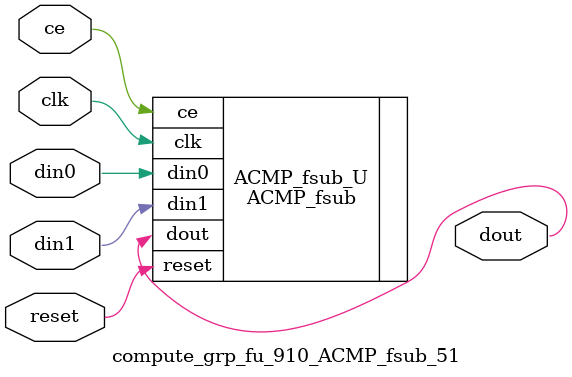
<source format=v>

`timescale 1 ns / 1 ps
module compute_grp_fu_910_ACMP_fsub_51(
    clk,
    reset,
    ce,
    din0,
    din1,
    dout);

parameter ID = 32'd1;
parameter NUM_STAGE = 32'd1;
parameter din0_WIDTH = 32'd1;
parameter din1_WIDTH = 32'd1;
parameter dout_WIDTH = 32'd1;
input clk;
input reset;
input ce;
input[din0_WIDTH - 1:0] din0;
input[din1_WIDTH - 1:0] din1;
output[dout_WIDTH - 1:0] dout;



ACMP_fsub #(
.ID( ID ),
.NUM_STAGE( 4 ),
.din0_WIDTH( din0_WIDTH ),
.din1_WIDTH( din1_WIDTH ),
.dout_WIDTH( dout_WIDTH ))
ACMP_fsub_U(
    .clk( clk ),
    .reset( reset ),
    .ce( ce ),
    .din0( din0 ),
    .din1( din1 ),
    .dout( dout ));

endmodule

</source>
